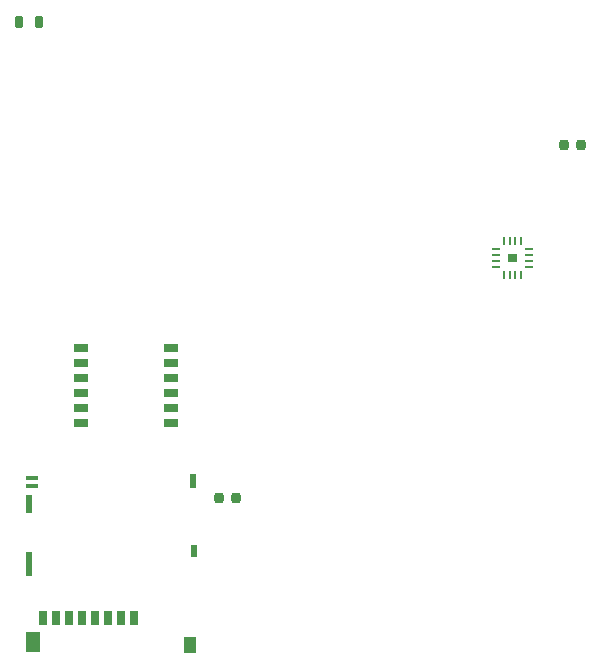
<source format=gbr>
G04 DipTrace 4.3.0.1*
G04 TopPaste.gbr*
%MOIN*%
G04 #@! TF.FileFunction,Paste,Top*
G04 #@! TF.Part,Single*
%AMOUTLINE2*
4,1,28,
-0.008336,0.017126,
0.008336,0.017126,
0.010192,0.016882,
0.011803,0.016215,
0.013185,0.015154,
0.014246,0.013771,
0.014913,0.012161,
0.015157,0.010304,
0.015157,-0.010304,
0.014913,-0.012161,
0.014246,-0.013771,
0.013185,-0.015154,
0.011803,-0.016215,
0.010192,-0.016882,
0.008336,-0.017126,
-0.008336,-0.017126,
-0.010192,-0.016882,
-0.011803,-0.016215,
-0.013185,-0.015154,
-0.014246,-0.013771,
-0.014913,-0.012161,
-0.015157,-0.010304,
-0.015157,0.010304,
-0.014913,0.012161,
-0.014246,0.013771,
-0.013185,0.015154,
-0.011803,0.016215,
-0.010192,0.016882,
-0.008336,0.017126,
0*%
%AMOUTLINE5*
4,1,28,
0.008336,-0.017126,
-0.008336,-0.017126,
-0.010192,-0.016882,
-0.011803,-0.016215,
-0.013185,-0.015154,
-0.014246,-0.013771,
-0.014913,-0.012161,
-0.015157,-0.010304,
-0.015157,0.010304,
-0.014913,0.012161,
-0.014246,0.013771,
-0.013185,0.015154,
-0.011803,0.016215,
-0.010192,0.016882,
-0.008336,0.017126,
0.008336,0.017126,
0.010192,0.016882,
0.011803,0.016215,
0.013185,0.015154,
0.014246,0.013771,
0.014913,0.012161,
0.015157,0.010304,
0.015157,-0.010304,
0.014913,-0.012161,
0.014246,-0.013771,
0.013185,-0.015154,
0.011803,-0.016215,
0.010192,-0.016882,
0.008336,-0.017126,
0*%
%AMOUTLINE20*
4,1,28,
0.008336,-0.019094,
-0.008336,-0.019094,
-0.010091,-0.018863,
-0.011606,-0.018236,
-0.012907,-0.017237,
-0.013905,-0.015936,
-0.014533,-0.014421,
-0.014764,-0.012666,
-0.014764,0.012666,
-0.014533,0.014421,
-0.013905,0.015936,
-0.012907,0.017237,
-0.011606,0.018236,
-0.010091,0.018863,
-0.008336,0.019094,
0.008336,0.019094,
0.010091,0.018863,
0.011606,0.018236,
0.012907,0.017237,
0.013905,0.015936,
0.014533,0.014421,
0.014764,0.012666,
0.014764,-0.012666,
0.014533,-0.014421,
0.013905,-0.015936,
0.012907,-0.017237,
0.011606,-0.018236,
0.010091,-0.018863,
0.008336,-0.019094,
0*%
%AMOUTLINE23*
4,1,28,
-0.008336,0.019094,
0.008336,0.019094,
0.010091,0.018863,
0.011606,0.018236,
0.012907,0.017237,
0.013905,0.015936,
0.014533,0.014421,
0.014764,0.012666,
0.014764,-0.012666,
0.014533,-0.014421,
0.013905,-0.015936,
0.012907,-0.017237,
0.011606,-0.018236,
0.010091,-0.018863,
0.008336,-0.019094,
-0.008336,-0.019094,
-0.010091,-0.018863,
-0.011606,-0.018236,
-0.012907,-0.017237,
-0.013905,-0.015936,
-0.014533,-0.014421,
-0.014764,-0.012666,
-0.014764,0.012666,
-0.014533,0.014421,
-0.013905,0.015936,
-0.012907,0.017237,
-0.011606,0.018236,
-0.010091,0.018863,
-0.008336,0.019094,
0*%
%AMOUTLINE29*
4,1,4,
0.014567,-0.003346,
-0.014567,-0.003346,
-0.014567,0.003346,
0.014567,0.003346,
0.014567,-0.003346,
0*%
%AMOUTLINE32*
4,1,4,
-0.003346,-0.014567,
-0.003346,0.014567,
0.003346,0.014567,
0.003346,-0.014567,
-0.003346,-0.014567,
0*%
%ADD71R,0.046063X0.025984*%
%ADD85R,0.041732X0.055118*%
%ADD87R,0.019685X0.041339*%
%ADD89R,0.021654X0.047244*%
%ADD91R,0.021654X0.059055*%
%ADD93R,0.021654X0.080315*%
%ADD95R,0.03937X0.01378*%
%ADD97R,0.049213X0.066929*%
%ADD99R,0.041339X0.01378*%
%ADD101R,0.027559X0.051181*%
%ADD115OUTLINE2*%
%ADD118OUTLINE5*%
%ADD133OUTLINE20*%
%ADD136OUTLINE23*%
%ADD142OUTLINE29*%
%ADD145OUTLINE32*%
%FSLAX26Y26*%
G04*
G70*
G90*
G75*
G01*
G04 TopPaste*
%LPD*%
D115*
X2964172Y2218700D3*
D118*
X3023228D3*
D115*
X1814172Y1043700D3*
D118*
X1873228D3*
D101*
X1533562Y644192D3*
X1490255D3*
X1446948D3*
X1403641D3*
X1360334D3*
X1317027D3*
X1273720D3*
X1230413D3*
D99*
X1192420Y1109743D3*
D97*
X1195373Y563483D3*
D95*
X1191436Y1083759D3*
D93*
X1182578Y824507D3*
D91*
Y1024507D3*
D89*
X1729822Y1100885D3*
D87*
X1730806Y867617D3*
D85*
X1719783Y553641D3*
D133*
X1214468Y2631200D3*
D136*
X1147932D3*
D71*
X1356200Y1543700D3*
X1656200D3*
X1356200Y1493700D3*
X1656200D3*
X1356200Y1443700D3*
X1656200D3*
X1356200Y1393700D3*
X1656200D3*
X1356200Y1343700D3*
X1656200D3*
X1356200Y1293700D3*
X1656200D3*
G36*
X2779920Y1829920D2*
X2807480D1*
Y1857480D1*
X2779920D1*
Y1829920D1*
G37*
D142*
X2737204Y1814172D3*
D145*
X2764172Y1787204D3*
X2783857D3*
D142*
X2850196Y1853543D3*
D145*
X2823228Y1787204D3*
D142*
X2737204Y1853543D3*
D145*
X2803543Y1900196D3*
Y1787204D3*
X2823228Y1900196D3*
D142*
X2850196Y1814172D3*
Y1833857D3*
Y1873228D3*
X2737204D3*
Y1833857D3*
D145*
X2783857Y1900196D3*
X2764172D3*
M02*

</source>
